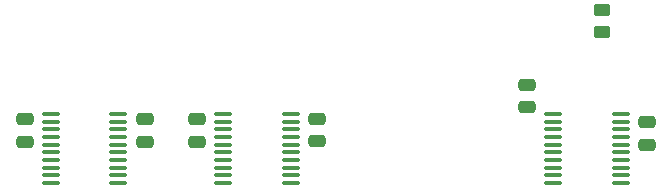
<source format=gbr>
G04 #@! TF.GenerationSoftware,KiCad,Pcbnew,(6.0.5-0)*
G04 #@! TF.CreationDate,2022-06-11T14:47:18-06:00*
G04 #@! TF.ProjectId,PiGUS,50694755-532e-46b6-9963-61645f706362,rev?*
G04 #@! TF.SameCoordinates,Original*
G04 #@! TF.FileFunction,Paste,Top*
G04 #@! TF.FilePolarity,Positive*
%FSLAX46Y46*%
G04 Gerber Fmt 4.6, Leading zero omitted, Abs format (unit mm)*
G04 Created by KiCad (PCBNEW (6.0.5-0)) date 2022-06-11 14:47:18*
%MOMM*%
%LPD*%
G01*
G04 APERTURE LIST*
G04 Aperture macros list*
%AMRoundRect*
0 Rectangle with rounded corners*
0 $1 Rounding radius*
0 $2 $3 $4 $5 $6 $7 $8 $9 X,Y pos of 4 corners*
0 Add a 4 corners polygon primitive as box body*
4,1,4,$2,$3,$4,$5,$6,$7,$8,$9,$2,$3,0*
0 Add four circle primitives for the rounded corners*
1,1,$1+$1,$2,$3*
1,1,$1+$1,$4,$5*
1,1,$1+$1,$6,$7*
1,1,$1+$1,$8,$9*
0 Add four rect primitives between the rounded corners*
20,1,$1+$1,$2,$3,$4,$5,0*
20,1,$1+$1,$4,$5,$6,$7,0*
20,1,$1+$1,$6,$7,$8,$9,0*
20,1,$1+$1,$8,$9,$2,$3,0*%
G04 Aperture macros list end*
%ADD10RoundRect,0.250000X-0.450000X0.262500X-0.450000X-0.262500X0.450000X-0.262500X0.450000X0.262500X0*%
%ADD11RoundRect,0.100000X-0.637500X-0.100000X0.637500X-0.100000X0.637500X0.100000X-0.637500X0.100000X0*%
%ADD12RoundRect,0.250000X-0.475000X0.250000X-0.475000X-0.250000X0.475000X-0.250000X0.475000X0.250000X0*%
%ADD13RoundRect,0.250000X0.475000X-0.250000X0.475000X0.250000X-0.475000X0.250000X-0.475000X-0.250000X0*%
G04 APERTURE END LIST*
D10*
X144145000Y-56872500D03*
X144145000Y-58697500D03*
D11*
X112072500Y-65655000D03*
X112072500Y-66305000D03*
X112072500Y-66955000D03*
X112072500Y-67605000D03*
X112072500Y-68255000D03*
X112072500Y-68905000D03*
X112072500Y-69555000D03*
X112072500Y-70205000D03*
X112072500Y-70855000D03*
X112072500Y-71505000D03*
X117797500Y-71505000D03*
X117797500Y-70855000D03*
X117797500Y-70205000D03*
X117797500Y-69555000D03*
X117797500Y-68905000D03*
X117797500Y-68255000D03*
X117797500Y-67605000D03*
X117797500Y-66955000D03*
X117797500Y-66305000D03*
X117797500Y-65655000D03*
D12*
X109855000Y-66097500D03*
X109855000Y-67997500D03*
D11*
X97467500Y-65655000D03*
X97467500Y-66305000D03*
X97467500Y-66955000D03*
X97467500Y-67605000D03*
X97467500Y-68255000D03*
X97467500Y-68905000D03*
X97467500Y-69555000D03*
X97467500Y-70205000D03*
X97467500Y-70855000D03*
X97467500Y-71505000D03*
X103192500Y-71505000D03*
X103192500Y-70855000D03*
X103192500Y-70205000D03*
X103192500Y-69555000D03*
X103192500Y-68905000D03*
X103192500Y-68255000D03*
X103192500Y-67605000D03*
X103192500Y-66955000D03*
X103192500Y-66305000D03*
X103192500Y-65655000D03*
D12*
X120015000Y-66040000D03*
X120015000Y-67940000D03*
D11*
X140012500Y-65655000D03*
X140012500Y-66305000D03*
X140012500Y-66955000D03*
X140012500Y-67605000D03*
X140012500Y-68255000D03*
X140012500Y-68905000D03*
X140012500Y-69555000D03*
X140012500Y-70205000D03*
X140012500Y-70855000D03*
X140012500Y-71505000D03*
X145737500Y-71505000D03*
X145737500Y-70855000D03*
X145737500Y-70205000D03*
X145737500Y-69555000D03*
X145737500Y-68905000D03*
X145737500Y-68255000D03*
X145737500Y-67605000D03*
X145737500Y-66955000D03*
X145737500Y-66305000D03*
X145737500Y-65655000D03*
D12*
X105410000Y-66097500D03*
X105410000Y-67997500D03*
X95250000Y-66097500D03*
X95250000Y-67997500D03*
D13*
X137795000Y-65085000D03*
X137795000Y-63185000D03*
D12*
X147955000Y-66360000D03*
X147955000Y-68260000D03*
M02*

</source>
